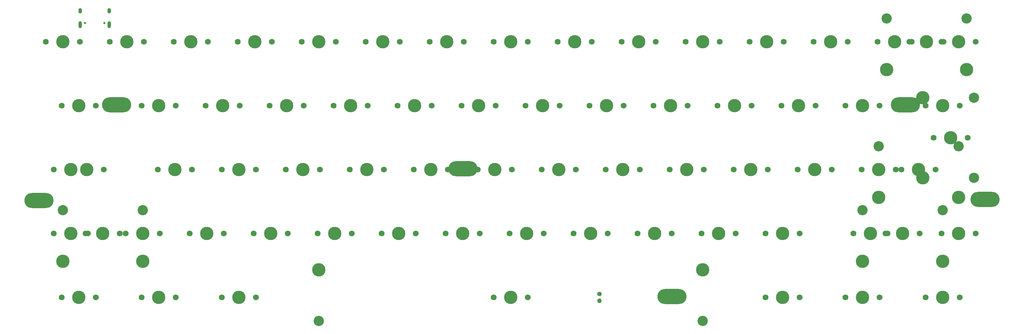
<source format=gbr>
G04 #@! TF.GenerationSoftware,KiCad,Pcbnew,(5.1.8-0-10_14)*
G04 #@! TF.CreationDate,2021-02-08T17:11:09+00:00*
G04 #@! TF.ProjectId,ccd60,63636436-302e-46b6-9963-61645f706362,rev?*
G04 #@! TF.SameCoordinates,Original*
G04 #@! TF.FileFunction,Soldermask,Top*
G04 #@! TF.FilePolarity,Negative*
%FSLAX46Y46*%
G04 Gerber Fmt 4.6, Leading zero omitted, Abs format (unit mm)*
G04 Created by KiCad (PCBNEW (5.1.8-0-10_14)) date 2021-02-08 17:11:09*
%MOMM*%
%LPD*%
G01*
G04 APERTURE LIST*
%ADD10C,1.750000*%
%ADD11C,3.987800*%
%ADD12C,0.650000*%
%ADD13O,1.000000X2.100000*%
%ADD14O,1.000000X1.600000*%
%ADD15C,3.048000*%
%ADD16O,1.350000X1.350000*%
%ADD17C,1.350000*%
%ADD18O,8.700000X4.500000*%
G04 APERTURE END LIST*
D10*
X87630000Y-102393750D03*
X77470000Y-102393750D03*
D11*
X82550000Y-102393750D03*
D10*
X94773750Y-140493750D03*
X84613750Y-140493750D03*
D11*
X89693750Y-140493750D03*
D10*
X90011250Y-140493750D03*
X79851250Y-140493750D03*
D11*
X84931250Y-140493750D03*
D12*
X94965000Y-96737500D03*
X89185000Y-96737500D03*
D13*
X87755000Y-97267500D03*
X96395000Y-97267500D03*
D14*
X87755000Y-93087500D03*
X96395000Y-93087500D03*
D11*
X325437500Y-140493750D03*
D10*
X320357500Y-140493750D03*
X330517500Y-140493750D03*
D11*
X338613750Y-119030750D03*
X338613750Y-142906750D03*
D15*
X353853750Y-119030750D03*
X353853750Y-142906750D03*
D10*
X351948750Y-130968750D03*
X341788750Y-130968750D03*
D11*
X346868750Y-130968750D03*
X101600000Y-102393750D03*
D10*
X96520000Y-102393750D03*
X106680000Y-102393750D03*
D11*
X120650000Y-102393750D03*
D10*
X115570000Y-102393750D03*
X125730000Y-102393750D03*
D11*
X139700000Y-102393750D03*
D10*
X134620000Y-102393750D03*
X144780000Y-102393750D03*
D11*
X158750000Y-102393750D03*
D10*
X153670000Y-102393750D03*
X163830000Y-102393750D03*
D11*
X177800000Y-102393750D03*
D10*
X172720000Y-102393750D03*
X182880000Y-102393750D03*
D11*
X196850000Y-102393750D03*
D10*
X191770000Y-102393750D03*
X201930000Y-102393750D03*
D11*
X215900000Y-102393750D03*
D10*
X210820000Y-102393750D03*
X220980000Y-102393750D03*
D11*
X234950000Y-102393750D03*
D10*
X229870000Y-102393750D03*
X240030000Y-102393750D03*
D11*
X254000000Y-102393750D03*
D10*
X248920000Y-102393750D03*
X259080000Y-102393750D03*
D11*
X273050000Y-102393750D03*
D10*
X267970000Y-102393750D03*
X278130000Y-102393750D03*
D11*
X292100000Y-102393750D03*
D10*
X287020000Y-102393750D03*
X297180000Y-102393750D03*
D11*
X311150000Y-102393750D03*
D10*
X306070000Y-102393750D03*
X316230000Y-102393750D03*
D11*
X339725000Y-102393750D03*
D10*
X334645000Y-102393750D03*
X344805000Y-102393750D03*
D15*
X327818750Y-95408750D03*
X351631250Y-95408750D03*
D11*
X327818750Y-110648750D03*
X351631250Y-110648750D03*
X87312500Y-121443750D03*
D10*
X82232500Y-121443750D03*
X92392500Y-121443750D03*
D11*
X111125000Y-121443750D03*
D10*
X106045000Y-121443750D03*
X116205000Y-121443750D03*
D11*
X130175000Y-121443750D03*
D10*
X125095000Y-121443750D03*
X135255000Y-121443750D03*
D11*
X149225000Y-121443750D03*
D10*
X144145000Y-121443750D03*
X154305000Y-121443750D03*
D11*
X168275000Y-121443750D03*
D10*
X163195000Y-121443750D03*
X173355000Y-121443750D03*
D11*
X187325000Y-121443750D03*
D10*
X182245000Y-121443750D03*
X192405000Y-121443750D03*
D11*
X206375000Y-121443750D03*
D10*
X201295000Y-121443750D03*
X211455000Y-121443750D03*
D11*
X225425000Y-121443750D03*
D10*
X220345000Y-121443750D03*
X230505000Y-121443750D03*
D11*
X244475000Y-121443750D03*
D10*
X239395000Y-121443750D03*
X249555000Y-121443750D03*
D11*
X263525000Y-121443750D03*
D10*
X258445000Y-121443750D03*
X268605000Y-121443750D03*
D11*
X282575000Y-121443750D03*
D10*
X277495000Y-121443750D03*
X287655000Y-121443750D03*
D11*
X301625000Y-121443750D03*
D10*
X296545000Y-121443750D03*
X306705000Y-121443750D03*
D11*
X320675000Y-121443750D03*
D10*
X315595000Y-121443750D03*
X325755000Y-121443750D03*
D11*
X344487500Y-121443750D03*
D10*
X339407500Y-121443750D03*
X349567500Y-121443750D03*
D11*
X115887500Y-140493750D03*
D10*
X110807500Y-140493750D03*
X120967500Y-140493750D03*
D11*
X134937500Y-140493750D03*
D10*
X129857500Y-140493750D03*
X140017500Y-140493750D03*
D11*
X153987500Y-140493750D03*
D10*
X148907500Y-140493750D03*
X159067500Y-140493750D03*
D11*
X173037500Y-140493750D03*
D10*
X167957500Y-140493750D03*
X178117500Y-140493750D03*
D11*
X192087500Y-140493750D03*
D10*
X187007500Y-140493750D03*
X197167500Y-140493750D03*
D11*
X211137500Y-140493750D03*
D10*
X206057500Y-140493750D03*
X216217500Y-140493750D03*
D11*
X230187500Y-140493750D03*
D10*
X225107500Y-140493750D03*
X235267500Y-140493750D03*
D11*
X249237500Y-140493750D03*
D10*
X244157500Y-140493750D03*
X254317500Y-140493750D03*
D11*
X268287500Y-140493750D03*
D10*
X263207500Y-140493750D03*
X273367500Y-140493750D03*
D11*
X287337500Y-140493750D03*
D10*
X282257500Y-140493750D03*
X292417500Y-140493750D03*
D11*
X306387500Y-140493750D03*
D10*
X301307500Y-140493750D03*
X311467500Y-140493750D03*
D11*
X337343750Y-140493750D03*
D10*
X332263750Y-140493750D03*
X342423750Y-140493750D03*
D15*
X325437500Y-133508750D03*
X349250000Y-133508750D03*
D11*
X325437500Y-148748750D03*
X349250000Y-148748750D03*
X84931250Y-159543750D03*
D10*
X79851250Y-159543750D03*
X90011250Y-159543750D03*
D11*
X106362500Y-159543750D03*
D10*
X101282500Y-159543750D03*
X111442500Y-159543750D03*
D11*
X125412500Y-159543750D03*
D10*
X120332500Y-159543750D03*
X130492500Y-159543750D03*
D11*
X144462500Y-159543750D03*
D10*
X139382500Y-159543750D03*
X149542500Y-159543750D03*
D11*
X163512500Y-159543750D03*
D10*
X158432500Y-159543750D03*
X168592500Y-159543750D03*
D11*
X182562500Y-159543750D03*
D10*
X177482500Y-159543750D03*
X187642500Y-159543750D03*
D11*
X201612500Y-159543750D03*
D10*
X196532500Y-159543750D03*
X206692500Y-159543750D03*
D11*
X220662500Y-159543750D03*
D10*
X215582500Y-159543750D03*
X225742500Y-159543750D03*
D11*
X239712500Y-159543750D03*
D10*
X234632500Y-159543750D03*
X244792500Y-159543750D03*
D11*
X258762500Y-159543750D03*
D10*
X253682500Y-159543750D03*
X263842500Y-159543750D03*
D11*
X277812500Y-159543750D03*
D10*
X272732500Y-159543750D03*
X282892500Y-159543750D03*
D11*
X296862500Y-159543750D03*
D10*
X291782500Y-159543750D03*
X301942500Y-159543750D03*
D11*
X323056250Y-159543750D03*
D10*
X317976250Y-159543750D03*
X328136250Y-159543750D03*
D11*
X349250000Y-159543750D03*
D10*
X344170000Y-159543750D03*
X354330000Y-159543750D03*
D11*
X87312500Y-178593750D03*
D10*
X82232500Y-178593750D03*
X92392500Y-178593750D03*
D11*
X111125000Y-178593750D03*
D10*
X106045000Y-178593750D03*
X116205000Y-178593750D03*
D11*
X134937500Y-178593750D03*
D10*
X129857500Y-178593750D03*
X140017500Y-178593750D03*
D11*
X215900000Y-178593750D03*
D10*
X210820000Y-178593750D03*
X220980000Y-178593750D03*
D15*
X158750000Y-185578750D03*
X273050000Y-185578750D03*
D11*
X158750000Y-170338750D03*
X273050000Y-170338750D03*
X296862500Y-178593750D03*
D10*
X291782500Y-178593750D03*
X301942500Y-178593750D03*
D11*
X320675000Y-178593750D03*
D10*
X315595000Y-178593750D03*
X325755000Y-178593750D03*
D11*
X344487500Y-178593750D03*
D10*
X339407500Y-178593750D03*
X349567500Y-178593750D03*
D11*
X349250000Y-102393750D03*
D10*
X344170000Y-102393750D03*
X354330000Y-102393750D03*
D11*
X330200000Y-102393750D03*
D10*
X325120000Y-102393750D03*
X335280000Y-102393750D03*
D11*
X94456250Y-159543750D03*
D10*
X89376250Y-159543750D03*
X99536250Y-159543750D03*
D15*
X82550000Y-152558750D03*
X106362500Y-152558750D03*
D11*
X82550000Y-167798750D03*
X106362500Y-167798750D03*
X332581250Y-159543750D03*
D10*
X327501250Y-159543750D03*
X337661250Y-159543750D03*
D15*
X320675000Y-152558750D03*
X344487500Y-152558750D03*
D11*
X320675000Y-167798750D03*
X344487500Y-167798750D03*
D16*
X242316000Y-179546000D03*
D17*
X242316000Y-177546000D03*
D18*
X98577400Y-121171830D03*
X75463400Y-149683330D03*
X201676000Y-140239750D03*
X263931400Y-178321830D03*
X357149400Y-149365830D03*
X333438500Y-121126250D03*
M02*

</source>
